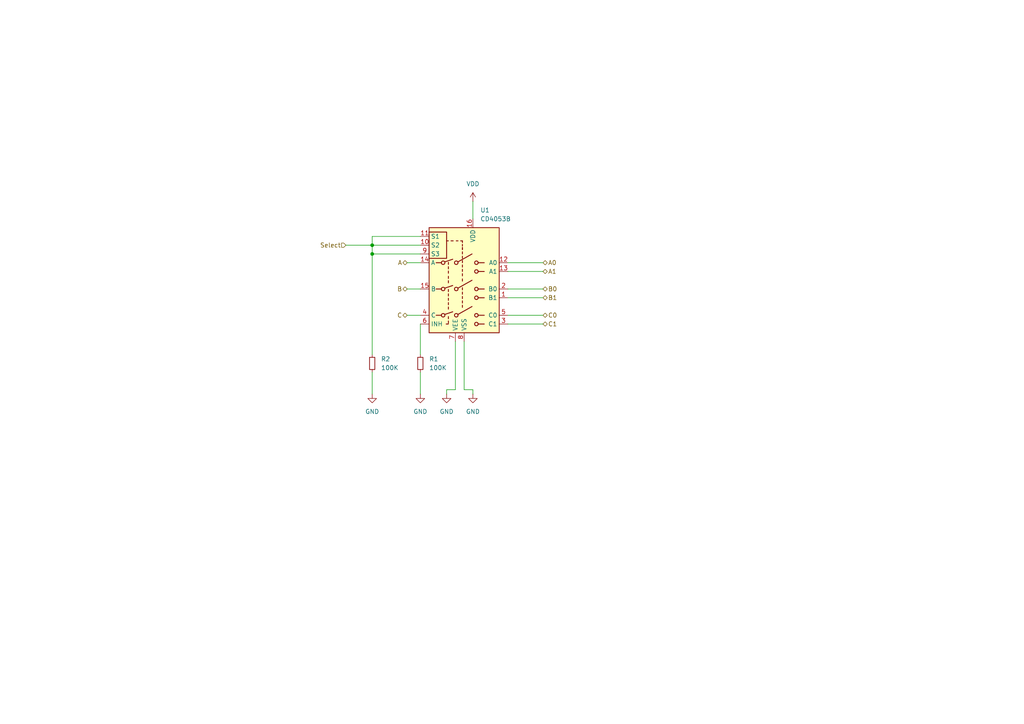
<source format=kicad_sch>
(kicad_sch (version 20250114) (generator "eeschema") (generator_version "9.0")
  (paper "A4")
  (lib_symbols
    (symbol "Analog_Switch:CD4053B"
      (property "Reference" "U" (at -10.16 16.51 0))
      (property "Value" "CD4053B" (at 3.81 16.51 0))
      (symbol "CD4053B_0_1"
        (rectangle (start -10.16 15.24) (end 10.16 -15.24) (stroke (width 0.254)) (fill (type background)))
        (rectangle (start -10.16 6.35) (end -5.08 13.97) (stroke (width 0.254)))
        (polyline (pts (xy -8.128 5.08) (xy -6.604 5.08)) (stroke (width 0.254)))
        (polyline (pts (xy -8.128 -2.54) (xy -6.604 -2.54)) (stroke (width 0.254)))
        (polyline (pts (xy -8.128 -10.16) (xy -6.604 -10.16)) (stroke (width 0.254)))
        (circle (center -6.096 5.08) (radius 0.508) (stroke (width 0.254)))
        (circle (center -6.096 -2.54) (radius 0.508) (stroke (width 0.254)))
        (circle (center -6.096 -10.16) (radius 0.508) (stroke (width 0.254)))
        (polyline (pts (xy -5.588 5.334) (xy -3.302 6.096)) (stroke (width 0.254)))
        (polyline (pts (xy -5.588 -2.286) (xy -3.302 -1.524)) (stroke (width 0.254)))
        (polyline (pts (xy -5.588 -9.906) (xy -3.302 -9.144)) (stroke (width 0.254)))
        (polyline (pts (xy -4.572 11.43) (xy -5.08 11.43)) (stroke (width 0.254)))
        (polyline (pts (xy -4.572 4.572) (xy -4.572 5.207)) (stroke (width 0.254)))
        (polyline (pts (xy -4.572 3.302) (xy -4.572 3.937)) (stroke (width 0.254)))
        (polyline (pts (xy -4.572 2.032) (xy -4.572 2.667)) (stroke (width 0.254)))
        (polyline (pts (xy -4.572 0.508) (xy -4.572 1.143)) (stroke (width 0.254)))
        (polyline (pts (xy -4.572 -0.762) (xy -4.572 -0.127)) (stroke (width 0.254)))
        (polyline (pts (xy -4.572 -3.302) (xy -4.572 -2.667)) (stroke (width 0.254)))
        (polyline (pts (xy -4.572 -4.572) (xy -4.572 -3.937)) (stroke (width 0.254)))
        (polyline (pts (xy -4.572 -5.842) (xy -4.572 -5.207)) (stroke (width 0.254)))
        (polyline (pts (xy -4.572 -7.112) (xy -4.572 -6.477)) (stroke (width 0.254)))
        (polyline (pts (xy -4.572 -8.382) (xy -4.572 -7.747)) (stroke (width 0.254)))
        (polyline (pts (xy -4.572 -11.176) (xy -4.572 -10.541)) (stroke (width 0.254)))
        (polyline (pts (xy -4.572 -12.446) (xy -4.572 -11.811)) (stroke (width 0.254)))
        (polyline (pts (xy -4.572 -12.7) (xy -5.207 -12.7)) (stroke (width 0.254)))
        (polyline (pts (xy -3.81 11.43) (xy -3.175 11.43)) (stroke (width 0.254)))
        (circle (center -2.286 5.08) (radius 0.508) (stroke (width 0.254)))
        (circle (center -2.286 -2.54) (radius 0.508) (stroke (width 0.254)))
        (circle (center -2.286 -10.16) (radius 0.508) (stroke (width 0.254)))
        (polyline (pts (xy -1.778 11.43) (xy -2.286 11.43)) (stroke (width 0.254)))
        (polyline (pts (xy -1.778 5.334) (xy 2.286 7.62)) (stroke (width 0.254)))
        (polyline (pts (xy -1.778 -2.286) (xy 2.286 0)) (stroke (width 0.254)))
        (polyline (pts (xy -1.778 -9.906) (xy 2.286 -7.62)) (stroke (width 0.254)))
        (polyline (pts (xy -0.508 11.43) (xy -1.016 11.43)) (stroke (width 0.254)))
        (polyline (pts (xy -0.508 10.922) (xy -0.508 11.43)) (stroke (width 0.254)))
        (polyline (pts (xy -0.508 9.906) (xy -0.508 10.414)) (stroke (width 0.254)))
        (polyline (pts (xy -0.508 8.89) (xy -0.508 9.525)) (stroke (width 0.254)))
        (polyline (pts (xy -0.508 8.89) (xy -0.508 9.398)) (stroke (width 0.254)))
        (polyline (pts (xy -0.508 7.62) (xy -0.508 8.255)) (stroke (width 0.254)))
        (polyline (pts (xy -0.508 6.35) (xy -0.508 6.985)) (stroke (width 0.254)))
        (polyline (pts (xy -0.508 5.08) (xy -0.508 5.715)) (stroke (width 0.254)))
        (polyline (pts (xy -0.508 3.81) (xy -0.508 4.445)) (stroke (width 0.254)))
        (polyline (pts (xy -0.508 2.54) (xy -0.508 3.175)) (stroke (width 0.254)))
        (polyline (pts (xy -0.508 1.27) (xy -0.508 1.905)) (stroke (width 0.254)))
        (polyline (pts (xy -0.508 -0.254) (xy -0.508 0.381)) (stroke (width 0.254)))
        (polyline (pts (xy -0.508 -2.794) (xy -0.508 -2.159)) (stroke (width 0.254)))
        (polyline (pts (xy -0.508 -4.064) (xy -0.508 -3.429)) (stroke (width 0.254)))
        (polyline (pts (xy -0.508 -5.334) (xy -0.508 -4.699)) (stroke (width 0.254)))
        (polyline (pts (xy -0.508 -6.604) (xy -0.508 -5.969)) (stroke (width 0.254)))
        (polyline (pts (xy -0.508 -7.874) (xy -0.508 -7.239)) (stroke (width 0.254)))
        (circle (center 3.556 5.08) (radius 0.508) (stroke (width 0.254)))
        (circle (center 3.556 2.54) (radius 0.508) (stroke (width 0.254)))
        (circle (center 3.556 -2.54) (radius 0.508) (stroke (width 0.254)))
        (circle (center 3.556 -5.08) (radius 0.508) (stroke (width 0.254)))
        (circle (center 3.556 -10.16) (radius 0.508) (stroke (width 0.254)))
        (circle (center 3.556 -12.7) (radius 0.508) (stroke (width 0.254)))
        (polyline (pts (xy 4.064 5.08) (xy 5.842 5.08)) (stroke (width 0.254)))
        (polyline (pts (xy 4.064 2.54) (xy 5.842 2.54)) (stroke (width 0.254)))
        (polyline (pts (xy 4.064 -2.54) (xy 5.842 -2.54)) (stroke (width 0.254)))
        (polyline (pts (xy 4.064 -5.08) (xy 5.842 -5.08)) (stroke (width 0.254)))
        (polyline (pts (xy 4.064 -10.16) (xy 5.842 -10.16)) (stroke (width 0.254)))
        (polyline (pts (xy 4.064 -12.7) (xy 5.842 -12.7)) (stroke (width 0.254)))
      )
      (symbol "CD4053B_1_1"
        (pin input line (at -12.7 12.7 0) (length 2.54) (name "S1") (number "11"))
        (pin input line (at -12.7 10.16 0) (length 2.54) (name "S2") (number "10"))
        (pin input line (at -12.7 7.62 0) (length 2.54) (name "S3") (number "9"))
        (pin bidirectional line (at -12.7 5.08 0) (length 2.54) (name "A") (number "14"))
        (pin bidirectional line (at -12.7 -2.54 0) (length 2.54) (name "B") (number "15"))
        (pin bidirectional line (at -12.7 -10.16 0) (length 2.54) (name "C") (number "4"))
        (pin input line (at -12.7 -12.7 0) (length 2.54) (name "INH") (number "6"))
        (pin power_in line (at -2.54 -17.78 90) (length 2.54) (name "VEE") (number "7"))
        (pin power_in line (at 0 -17.78 90) (length 2.54) (name "VSS") (number "8"))
        (pin power_in line (at 2.54 17.78 270) (length 2.54) (name "VDD") (number "16"))
        (pin bidirectional line (at 12.7 5.08 180) (length 2.54) (name "A0") (number "12"))
        (pin bidirectional line (at 12.7 2.54 180) (length 2.54) (name "A1") (number "13"))
        (pin bidirectional line (at 12.7 -2.54 180) (length 2.54) (name "B0") (number "2"))
        (pin bidirectional line (at 12.7 -5.08 180) (length 2.54) (name "B1") (number "1"))
        (pin bidirectional line (at 12.7 -10.16 180) (length 2.54) (name "C0") (number "5"))
        (pin bidirectional line (at 12.7 -12.7 180) (length 2.54) (name "C1") (number "3"))
      )
    )
    (symbol "Device:R_Small" (pin_numbers (hide yes)) (pin_names (offset 0.254) (hide yes))
      (property "Reference" "R" (at 0 0 90))
      (property "Value" "R_Small" (at 1.778 0 90))
      (symbol "R_Small_0_1"
        (rectangle (start -0.762 1.778) (end 0.762 -1.778) (stroke (width 0.2032)))
      )
      (symbol "R_Small_1_1"
        (pin passive line (at 0 2.54 270) (length 0.762) (name "~") (number "1"))
        (pin passive line (at 0 -2.54 90) (length 0.762) (name "~") (number "2"))
      )
    )
    (symbol "power:GND" (power) (pin_numbers (hide yes)) (pin_names (offset 0) (hide yes))
      (property "Value" "GND" (at 0 -3.81 0))
      (symbol "GND_0_1"
        (polyline (pts (xy 0 0) (xy 0 -1.27) (xy 1.27 -1.27) (xy 0 -2.54) (xy -1.27 -1.27) (xy 0 -1.27)))
      )
      (symbol "GND_1_1"
        (pin power_in line (at 0 0 270) (length 0) (name "~") (number "1"))
      )
    )
    (symbol "power:VDD" (power) (pin_numbers (hide yes)) (pin_names (offset 0) (hide yes))
      (property "Value" "VDD" (at 0 3.556 0))
      (symbol "VDD_0_1"
        (polyline (pts (xy -0.762 1.27) (xy 0 2.54)))
        (polyline (pts (xy 0 2.54) (xy 0.762 1.27)))
        (polyline (pts (xy 0 0) (xy 0 2.54)))
      )
      (symbol "VDD_1_1"
        (pin power_in line (at 0 0 90) (length 0) (name "~") (number "1"))
      )
    )
  )
  (junction (at 107.95 71.12))
  (junction (at 107.95 73.66))
  (wire (pts (xy 147.32 93.98) (xy 157.48 93.98)))
  (wire (pts (xy 147.32 86.36) (xy 157.48 86.36)))
  (wire (pts (xy 118.11 76.2) (xy 121.92 76.2)))
  (wire (pts (xy 107.95 73.66) (xy 107.95 102.87)))
  (wire (pts (xy 147.32 91.44) (xy 157.48 91.44)))
  (wire (pts (xy 107.95 71.12) (xy 121.92 71.12)))
  (wire (pts (xy 107.95 107.95) (xy 107.95 114.3)))
  (wire (pts (xy 129.54 113.03) (xy 129.54 114.3)))
  (wire (pts (xy 129.54 113.03) (xy 132.08 113.03)))
  (wire (pts (xy 118.11 91.44) (xy 121.92 91.44)))
  (wire (pts (xy 118.11 83.82) (xy 121.92 83.82)))
  (wire (pts (xy 134.62 113.03) (xy 134.62 99.06)))
  (wire (pts (xy 107.95 73.66) (xy 121.92 73.66)))
  (wire (pts (xy 107.95 68.58) (xy 107.95 71.12)))
  (wire (pts (xy 147.32 76.2) (xy 157.48 76.2)))
  (wire (pts (xy 100.33 71.12) (xy 107.95 71.12)))
  (wire (pts (xy 137.16 58.42) (xy 137.16 63.5)))
  (wire (pts (xy 147.32 78.74) (xy 157.48 78.74)))
  (wire (pts (xy 132.08 113.03) (xy 132.08 99.06)))
  (wire (pts (xy 137.16 113.03) (xy 137.16 114.3)))
  (wire (pts (xy 121.92 68.58) (xy 107.95 68.58)))
  (wire (pts (xy 137.16 113.03) (xy 134.62 113.03)))
  (wire (pts (xy 121.92 93.98) (xy 121.92 102.87)))
  (wire (pts (xy 107.95 71.12) (xy 107.95 73.66)))
  (wire (pts (xy 121.92 107.95) (xy 121.92 114.3)))
  (wire (pts (xy 147.32 83.82) (xy 157.48 83.82)))
  (hierarchical_label "A1" (shape bidirectional) (at 157.48 78.74 0))
  (hierarchical_label "C" (shape bidirectional) (at 118.11 91.44 180))
  (hierarchical_label "A0" (shape bidirectional) (at 157.48 76.2 0))
  (hierarchical_label "B0" (shape bidirectional) (at 157.48 83.82 0))
  (hierarchical_label "C0" (shape bidirectional) (at 157.48 91.44 0))
  (hierarchical_label "Select" (shape input) (at 100.33 71.12 180))
  (hierarchical_label "B" (shape bidirectional) (at 118.11 83.82 180))
  (hierarchical_label "A" (shape bidirectional) (at 118.11 76.2 180))
  (hierarchical_label "C1" (shape bidirectional) (at 157.48 93.98 0))
  (hierarchical_label "B1" (shape bidirectional) (at 157.48 86.36 0))
  (symbol (lib_id "power:GND") (at 107.95 114.3 0) (unit 1)
    (property "Reference" "#PWR02" (effects (hide yes)))
    (property "Value" "GND" (at 107.95 119.38 0))
    (property "Description" "Power symbol creates a global label with name \"GND\" , ground" (effects (hide yes)))
  )
  (symbol (lib_id "power:GND") (at 121.92 114.3 0) (unit 1)
    (property "Reference" "#PWR01" (effects (hide yes)))
    (property "Value" "GND" (at 121.92 119.38 0))
    (property "Description" "Power symbol creates a global label with name \"GND\" , ground" (effects (hide yes)))
  )
  (symbol (lib_id "Device:R_Small") (at 121.92 105.41 0) (unit 1)
    (property "Reference" "R1" (at 124.46 104.1399 0) (effects (justify left)))
    (property "Value" "100K" (at 124.46 106.6799 0) (effects (justify left)))
    (property "Footprint" "Resistor_THT:R_Axial_DIN0207_L6.3mm_D2.5mm_P10.16mm_Horizontal" (effects (hide yes)))
    (property "Description" "Resistor, small symbol" (effects (hide yes)))
  )
  (symbol (lib_id "power:GND") (at 129.54 114.3 0) (unit 1)
    (property "Reference" "#PWR06" (effects (hide yes)))
    (property "Value" "GND" (at 129.54 119.38 0))
    (property "Description" "Power symbol creates a global label with name \"GND\" , ground" (effects (hide yes)))
  )
  (symbol (lib_id "Analog_Switch:CD4053B") (at 134.62 81.28 0) (unit 1)
    (property "Reference" "U1" (at 139.3033 60.96 0) (effects (justify left)))
    (property "Value" "CD4053B" (at 139.3033 63.5 0) (effects (justify left)))
    (property "Footprint" "Package_DIP:DIP-16_W7.62mm" (effects (hide yes)))
    (property "Datasheet" "http://www.ti.com/lit/ds/symlink/cd4052b.pdf" (effects (hide yes)))
    (property "Description" "CMOS triple 2-channel analog multiplexer/demultiplexer, TSSOP-16/DIP-16/SOIC-16" (effects (hide yes)))
  )
  (symbol (lib_id "power:GND") (at 137.16 114.3 0) (unit 1)
    (property "Reference" "#PWR07" (effects (hide yes)))
    (property "Value" "GND" (at 137.16 119.38 0))
    (property "Description" "Power symbol creates a global label with name \"GND\" , ground" (effects (hide yes)))
  )
  (symbol (lib_id "power:VDD") (at 137.16 58.42 0) (unit 1)
    (property "Reference" "#PWR08" (effects (hide yes)))
    (property "Value" "VDD" (at 137.16 53.34 0))
    (property "Description" "Power symbol creates a global label with name \"VDD\"" (effects (hide yes)))
  )
  (symbol (lib_id "Device:R_Small") (at 107.95 105.41 0) (unit 1)
    (property "Reference" "R2" (at 110.49 104.1399 0) (effects (justify left)))
    (property "Value" "100K" (at 110.49 106.6799 0) (effects (justify left)))
    (property "Footprint" "Resistor_THT:R_Axial_DIN0207_L6.3mm_D2.5mm_P10.16mm_Horizontal" (effects (hide yes)))
    (property "Description" "Resistor, small symbol" (effects (hide yes)))
  )
)
</source>
